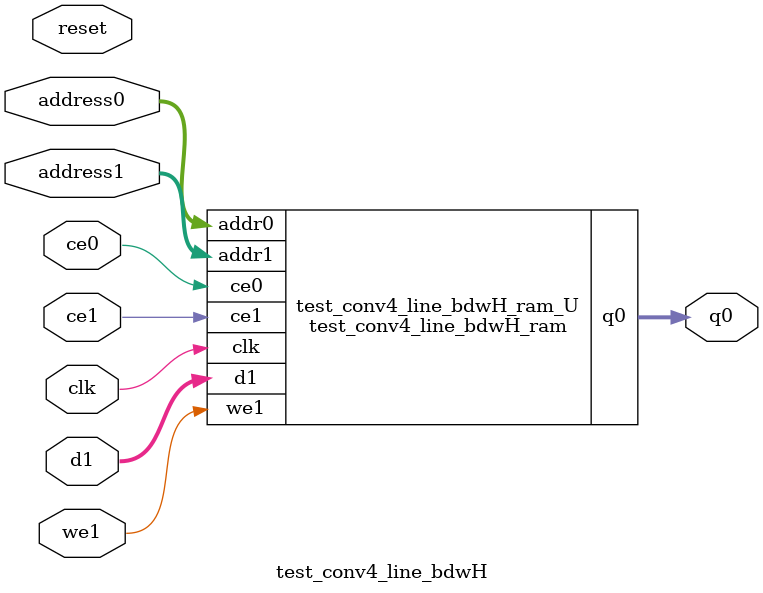
<source format=v>
`timescale 1 ns / 1 ps
module test_conv4_line_bdwH_ram (addr0, ce0, q0, addr1, ce1, d1, we1,  clk);

parameter DWIDTH = 4;
parameter AWIDTH = 6;
parameter MEM_SIZE = 42;

input[AWIDTH-1:0] addr0;
input ce0;
output reg[DWIDTH-1:0] q0;
input[AWIDTH-1:0] addr1;
input ce1;
input[DWIDTH-1:0] d1;
input we1;
input clk;

(* ram_style = "distributed" *)reg [DWIDTH-1:0] ram[0:MEM_SIZE-1];




always @(posedge clk)  
begin 
    if (ce0) begin
        q0 <= ram[addr0];
    end
end


always @(posedge clk)  
begin 
    if (ce1) begin
        if (we1) 
            ram[addr1] <= d1; 
    end
end


endmodule

`timescale 1 ns / 1 ps
module test_conv4_line_bdwH(
    reset,
    clk,
    address0,
    ce0,
    q0,
    address1,
    ce1,
    we1,
    d1);

parameter DataWidth = 32'd4;
parameter AddressRange = 32'd42;
parameter AddressWidth = 32'd6;
input reset;
input clk;
input[AddressWidth - 1:0] address0;
input ce0;
output[DataWidth - 1:0] q0;
input[AddressWidth - 1:0] address1;
input ce1;
input we1;
input[DataWidth - 1:0] d1;



test_conv4_line_bdwH_ram test_conv4_line_bdwH_ram_U(
    .clk( clk ),
    .addr0( address0 ),
    .ce0( ce0 ),
    .q0( q0 ),
    .addr1( address1 ),
    .ce1( ce1 ),
    .we1( we1 ),
    .d1( d1 ));

endmodule


</source>
